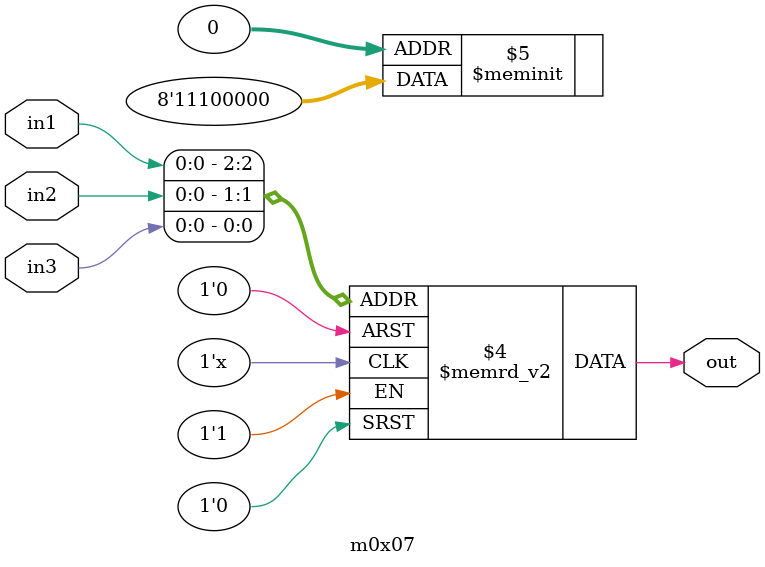
<source format=v>
module m0x07(output out, input in1, in2, in3);

   always @(in1, in2, in3)
     begin
        case({in1, in2, in3})
          3'b000: {out} = 1'b0;
          3'b001: {out} = 1'b0;
          3'b010: {out} = 1'b0;
          3'b011: {out} = 1'b0;
          3'b100: {out} = 1'b0;
          3'b101: {out} = 1'b1;
          3'b110: {out} = 1'b1;
          3'b111: {out} = 1'b1;
        endcase // case ({in1, in2, in3})
     end // always @ (in1, in2, in3)

endmodule // m0x07
</source>
